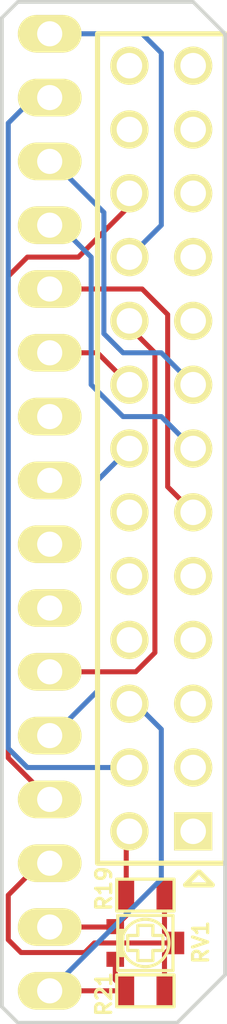
<source format=kicad_pcb>
(kicad_pcb (version 3) (host pcbnew "(2013-dec-23)-stable")

  (general
    (links 18)
    (no_connects 0)
    (area 232.334999 156.134999 241.375001 196.925001)
    (thickness 1.6)
    (drawings 12)
    (tracks 72)
    (zones 0)
    (modules 6)
    (nets 13)
  )

  (page A3)
  (layers
    (15 F.Cu signal)
    (0 B.Cu signal)
    (16 B.Adhes user)
    (17 F.Adhes user)
    (18 B.Paste user)
    (19 F.Paste user)
    (20 B.SilkS user)
    (21 F.SilkS user)
    (22 B.Mask user)
    (23 F.Mask user)
    (24 Dwgs.User user)
    (25 Cmts.User user)
    (26 Eco1.User user)
    (27 Eco2.User user)
    (28 Edge.Cuts user)
  )

  (setup
    (last_trace_width 0.2)
    (trace_clearance 0.15)
    (zone_clearance 0.25)
    (zone_45_only no)
    (trace_min 0.2)
    (segment_width 0.2)
    (edge_width 0.15)
    (via_size 0.5)
    (via_drill 0.4)
    (via_min_size 0.5)
    (via_min_drill 0.4)
    (uvia_size 0.508)
    (uvia_drill 0.127)
    (uvias_allowed no)
    (uvia_min_size 0.508)
    (uvia_min_drill 0.127)
    (pcb_text_width 0.3)
    (pcb_text_size 1 1)
    (mod_edge_width 0.15)
    (mod_text_size 1 1)
    (mod_text_width 0.15)
    (pad_size 0.5 0.5)
    (pad_drill 0.4)
    (pad_to_mask_clearance 0)
    (aux_axis_origin 0 0)
    (visible_elements FFFFEDFF)
    (pcbplotparams
      (layerselection 285179905)
      (usegerberextensions true)
      (excludeedgelayer true)
      (linewidth 0.150000)
      (plotframeref false)
      (viasonmask false)
      (mode 1)
      (useauxorigin false)
      (hpglpennumber 1)
      (hpglpenspeed 20)
      (hpglpendiameter 15)
      (hpglpenoverlay 2)
      (psnegative false)
      (psa4output false)
      (plotreference true)
      (plotvalue true)
      (plotothertext true)
      (plotinvisibletext false)
      (padsonsilk false)
      (subtractmaskfromsilk false)
      (outputformat 1)
      (mirror false)
      (drillshape 0)
      (scaleselection 1)
      (outputdirectory gerber_display_adapter))
  )

  (net 0 "")
  (net 1 N-00000108)
  (net 2 N-00000109)
  (net 3 N-00000110)
  (net 4 N-00000111)
  (net 5 N-00000112)
  (net 6 N-0000082)
  (net 7 N-0000083)
  (net 8 N-0000084)
  (net 9 N-0000086)
  (net 10 N-0000087)
  (net 11 N-0000088)
  (net 12 N-0000089)

  (net_class Default "Dies ist die voreingestellte Netzklasse."
    (clearance 0.15)
    (trace_width 0.2)
    (via_dia 0.5)
    (via_drill 0.4)
    (uvia_dia 0.508)
    (uvia_drill 0.127)
    (add_net "")
    (add_net N-00000108)
    (add_net N-00000109)
    (add_net N-00000110)
    (add_net N-00000111)
    (add_net N-00000112)
    (add_net N-0000082)
    (add_net N-0000083)
    (add_net N-0000084)
    (add_net N-0000086)
    (add_net N-0000087)
    (add_net N-0000088)
    (add_net N-0000089)
  )

  (net_class PWR_1A ""
    (clearance 0.254)
    (trace_width 0.5)
    (via_dia 0.5)
    (via_drill 0.4)
    (uvia_dia 0.508)
    (uvia_drill 0.127)
  )

  (net_class PWR_2A ""
    (clearance 0.254)
    (trace_width 0.9)
    (via_dia 0.6)
    (via_drill 0.4)
    (uvia_dia 0.508)
    (uvia_drill 0.127)
  )

  (module connector_1x8 (layer F.Cu) (tedit 53D61B19) (tstamp 53AE8BB3)
    (at 234.315 166.37 90)
    (path /53AD9ECA/53AD9988)
    (fp_text reference P17 (at -5.08 0.127 180) (layer F.SilkS) hide
      (effects (font (size 0.6 0.6) (thickness 0.13)))
    )
    (fp_text value CONN_9_16 (at 0 2.54 90) (layer F.SilkS) hide
      (effects (font (size 0.6 0.6) (thickness 0.13)))
    )
    (pad 1 thru_hole oval (at -8.89 0 90) (size 1.5 2.54) (drill 1)
      (layers *.Cu *.Mask F.SilkS)
    )
    (pad 2 thru_hole oval (at -6.35 0 90) (size 1.5 2.54) (drill 1)
      (layers *.Cu *.Mask F.SilkS)
    )
    (pad 3 thru_hole oval (at -3.81 0 90) (size 1.5 2.54) (drill 1)
      (layers *.Cu *.Mask F.SilkS)
      (net 11 N-0000088)
    )
    (pad 4 thru_hole oval (at -1.27 0 90) (size 1.5 2.54) (drill 1)
      (layers *.Cu *.Mask F.SilkS)
      (net 1 N-00000108)
    )
    (pad 5 thru_hole oval (at 1.27 0 90) (size 1.5 2.54) (drill 1)
      (layers *.Cu *.Mask F.SilkS)
      (net 2 N-00000109)
    )
    (pad 6 thru_hole oval (at 3.81 0 90) (size 1.5 2.54) (drill 1)
      (layers *.Cu *.Mask F.SilkS)
      (net 12 N-0000089)
    )
    (pad 7 thru_hole oval (at 6.35 0 90) (size 1.5 2.54) (drill 1)
      (layers *.Cu *.Mask F.SilkS)
      (net 4 N-00000111)
    )
    (pad 8 thru_hole oval (at 8.89 0 90) (size 1.5 2.54) (drill 1)
      (layers *.Cu *.Mask F.SilkS)
      (net 9 N-0000086)
    )
  )

  (module connector_1x8 (layer F.Cu) (tedit 53D61B1E) (tstamp 53AE8BBF)
    (at 234.315 186.69 90)
    (path /53AD9ECA/53AD9997)
    (fp_text reference P13 (at 0 0.127 180) (layer F.SilkS) hide
      (effects (font (size 0.6 0.6) (thickness 0.13)))
    )
    (fp_text value CONN_1_8 (at 0 2.54 90) (layer F.SilkS) hide
      (effects (font (size 0.6 0.6) (thickness 0.13)))
    )
    (pad 1 thru_hole oval (at -8.89 0 90) (size 1.5 2.54) (drill 1)
      (layers *.Cu *.Mask F.SilkS)
      (net 6 N-0000082)
    )
    (pad 2 thru_hole oval (at -6.35 0 90) (size 1.5 2.54) (drill 1)
      (layers *.Cu *.Mask F.SilkS)
      (net 3 N-00000110)
    )
    (pad 3 thru_hole oval (at -3.81 0 90) (size 1.5 2.54) (drill 1)
      (layers *.Cu *.Mask F.SilkS)
      (net 7 N-0000083)
    )
    (pad 4 thru_hole oval (at -1.27 0 90) (size 1.5 2.54) (drill 1)
      (layers *.Cu *.Mask F.SilkS)
      (net 8 N-0000084)
    )
    (pad 5 thru_hole oval (at 1.27 0 90) (size 1.5 2.54) (drill 1)
      (layers *.Cu *.Mask F.SilkS)
      (net 5 N-00000112)
    )
    (pad 6 thru_hole oval (at 3.81 0 90) (size 1.5 2.54) (drill 1)
      (layers *.Cu *.Mask F.SilkS)
      (net 10 N-0000087)
    )
    (pad 7 thru_hole oval (at 6.35 0 90) (size 1.5 2.54) (drill 1)
      (layers *.Cu *.Mask F.SilkS)
    )
    (pad 8 thru_hole oval (at 8.89 0 90) (size 1.5 2.54) (drill 1)
      (layers *.Cu *.Mask F.SilkS)
    )
  )

  (module trim_murata_pvz2a (layer F.Cu) (tedit 53E0AEC7) (tstamp 53AE874D)
    (at 238.125 193.675 270)
    (descr "SMT trimmer, Murata PVZ2A")
    (path /53AD9ECA/53ADA1AF)
    (fp_text reference RV1 (at -0.0254 -2.2098 270) (layer F.SilkS)
      (effects (font (size 0.6 0.6) (thickness 0.13)))
    )
    (fp_text value 10K (at 0 2.19964 270) (layer F.SilkS) hide
      (effects (font (size 0.6 0.6) (thickness 0.13)))
    )
    (fp_line (start 0.50038 1.00076) (end 0.50038 0.8001) (layer F.SilkS) (width 0.127))
    (fp_line (start -0.50038 0.89916) (end 0.50038 0.89916) (layer F.SilkS) (width 0.127))
    (fp_line (start 0.50038 1.00076) (end -0.50038 1.00076) (layer F.SilkS) (width 0.127))
    (fp_line (start -0.50038 1.00076) (end -0.50038 0.8001) (layer F.SilkS) (width 0.127))
    (fp_line (start -0.70104 -0.29972) (end -0.70104 0.29972) (layer F.SilkS) (width 0.127))
    (fp_line (start -0.70104 0.29972) (end -0.29972 0.29972) (layer F.SilkS) (width 0.127))
    (fp_line (start -0.29972 0.29972) (end -0.29972 0.70104) (layer F.SilkS) (width 0.127))
    (fp_line (start -0.29972 0.70104) (end 0.29972 0.70104) (layer F.SilkS) (width 0.127))
    (fp_line (start 0.29972 0.70104) (end 0.29972 0.29972) (layer F.SilkS) (width 0.127))
    (fp_line (start 0.29972 0.29972) (end 0.70104 0.29972) (layer F.SilkS) (width 0.127))
    (fp_line (start 0.70104 0.29972) (end 0.70104 -0.29972) (layer F.SilkS) (width 0.127))
    (fp_line (start 0.70104 -0.29972) (end 0.29972 -0.29972) (layer F.SilkS) (width 0.127))
    (fp_line (start 0.29972 -0.29972) (end 0.29972 -0.70104) (layer F.SilkS) (width 0.127))
    (fp_line (start 0.29972 -0.70104) (end -0.20066 -0.70104) (layer F.SilkS) (width 0.127))
    (fp_line (start -0.20066 -0.70104) (end -0.29972 -0.70104) (layer F.SilkS) (width 0.127))
    (fp_line (start -0.29972 -0.70104) (end -0.29972 -0.29972) (layer F.SilkS) (width 0.127))
    (fp_line (start -0.29972 -0.29972) (end -0.70104 -0.29972) (layer F.SilkS) (width 0.127))
    (fp_circle (center 0 0) (end -0.8001 0.50038) (layer F.SilkS) (width 0.127))
    (fp_line (start -1.09982 -1.09982) (end 1.09982 -1.09982) (layer F.SilkS) (width 0.127))
    (fp_line (start 1.09982 -1.09982) (end 1.09982 1.09982) (layer F.SilkS) (width 0.127))
    (fp_line (start 1.09982 1.09982) (end -1.09982 1.09982) (layer F.SilkS) (width 0.127))
    (fp_line (start -1.09982 1.09982) (end -1.09982 -1.09982) (layer F.SilkS) (width 0.127))
    (pad 1 smd rect (at -0.65024 1.19888 270) (size 0.59944 0.70104)
      (layers F.Cu F.Paste F.Mask)
      (net 3 N-00000110)
    )
    (pad 2 smd rect (at 0 -1.19888 270) (size 0.89916 0.70104)
      (layers F.Cu F.Paste F.Mask)
      (net 7 N-0000083)
    )
    (pad 3 smd rect (at 0.65024 1.19888 270) (size 0.59944 0.70104)
      (layers F.Cu F.Paste F.Mask)
      (net 6 N-0000082)
    )
    (model smisioto.no-ip.org/walter/smd_resistors/trim_murata_pvz2a.wrl
      (at (xyz 0 0 0))
      (scale (xyz 1 1 1))
      (rotate (xyz 0 0 0))
    )
  )

  (module r_0603 (layer F.Cu) (tedit 53D2BEFB) (tstamp 53AE8757)
    (at 238.125 191.77)
    (path /53AD9ECA/53ADA2A0)
    (attr smd)
    (fp_text reference R19 (at -1.651 -0.254 90) (layer F.SilkS)
      (effects (font (size 0.6 0.6) (thickness 0.13)))
    )
    (fp_text value R (at 0 0.6604) (layer F.SilkS) hide
      (effects (font (size 0.6 0.6) (thickness 0.13)))
    )
    (fp_line (start -1.143 -0.635) (end 1.143 -0.635) (layer F.SilkS) (width 0.127))
    (fp_line (start 1.143 -0.635) (end 1.143 0.635) (layer F.SilkS) (width 0.127))
    (fp_line (start 1.143 0.635) (end -1.143 0.635) (layer F.SilkS) (width 0.127))
    (fp_line (start -1.143 0.635) (end -1.143 -0.635) (layer F.SilkS) (width 0.127))
    (pad 1 smd rect (at -0.762 0) (size 0.635 1.143)
      (layers F.Cu F.Paste F.Mask)
      (net 3 N-00000110)
    )
    (pad 2 smd rect (at 0.762 0) (size 0.635 1.143)
      (layers F.Cu F.Paste F.Mask)
      (net 7 N-0000083)
    )
    (model smisioto.no-ip.org/walter/smd_resistors/r_0603.wrl
      (at (xyz 0 0 0.001))
      (scale (xyz 1 1 1))
      (rotate (xyz 0 0 0))
    )
  )

  (module r_0603 (layer F.Cu) (tedit 53D2BEF6) (tstamp 53AE8761)
    (at 238.125 195.58 180)
    (path /53AD9ECA/53ADA2AF)
    (attr smd)
    (fp_text reference R21 (at 1.651 -0.127 270) (layer F.SilkS)
      (effects (font (size 0.6 0.6) (thickness 0.13)))
    )
    (fp_text value R (at 0 0.6604 180) (layer F.SilkS) hide
      (effects (font (size 0.6 0.6) (thickness 0.13)))
    )
    (fp_line (start -1.143 -0.635) (end 1.143 -0.635) (layer F.SilkS) (width 0.127))
    (fp_line (start 1.143 -0.635) (end 1.143 0.635) (layer F.SilkS) (width 0.127))
    (fp_line (start 1.143 0.635) (end -1.143 0.635) (layer F.SilkS) (width 0.127))
    (fp_line (start -1.143 0.635) (end -1.143 -0.635) (layer F.SilkS) (width 0.127))
    (pad 1 smd rect (at -0.762 0 180) (size 0.635 1.143)
      (layers F.Cu F.Paste F.Mask)
      (net 7 N-0000083)
    )
    (pad 2 smd rect (at 0.762 0 180) (size 0.635 1.143)
      (layers F.Cu F.Paste F.Mask)
      (net 6 N-0000082)
    )
    (model smisioto.no-ip.org/walter/smd_resistors/r_0603.wrl
      (at (xyz 0 0 0.001))
      (scale (xyz 1 1 1))
      (rotate (xyz 0 0 0))
    )
  )

  (module pin_array_13x2 (layer F.Cu) (tedit 53D61B13) (tstamp 53AE8783)
    (at 238.76 173.99 90)
    (descr "2 x 13 pins connector")
    (tags CONN)
    (path /53AD9ECA/53AD9979)
    (fp_text reference P12 (at -1.27 0 180) (layer F.SilkS) hide
      (effects (font (size 0.6 0.6) (thickness 0.13)))
    )
    (fp_text value CONN_RPi (at 7.62 -3.81 90) (layer F.SilkS) hide
      (effects (font (size 0.6 0.6) (thickness 0.13)))
    )
    (fp_line (start -16.51 2.54) (end 16.51 2.54) (layer F.SilkS) (width 0.2032))
    (fp_line (start 16.51 -2.54) (end -16.51 -2.54) (layer F.SilkS) (width 0.2032))
    (fp_line (start -16.51 -2.54) (end -16.51 2.54) (layer F.SilkS) (width 0.2032))
    (fp_line (start 16.51 2.54) (end 16.51 -2.54) (layer F.SilkS) (width 0.2032))
    (pad 1 thru_hole rect (at -15.24 1.27 90) (size 1.524 1.524) (drill 1.016)
      (layers *.Cu *.Mask F.SilkS)
    )
    (pad 2 thru_hole circle (at -15.24 -1.27 90) (size 1.524 1.524) (drill 1.016)
      (layers *.Cu *.Mask F.SilkS)
      (net 3 N-00000110)
    )
    (pad 3 thru_hole circle (at -12.7 1.27 90) (size 1.524 1.524) (drill 1.016)
      (layers *.Cu *.Mask F.SilkS)
    )
    (pad 4 thru_hole circle (at -12.7 -1.27 90) (size 1.524 1.524) (drill 1.016)
      (layers *.Cu *.Mask F.SilkS)
      (net 4 N-00000111)
    )
    (pad 5 thru_hole circle (at -10.16 1.27 90) (size 1.524 1.524) (drill 1.016)
      (layers *.Cu *.Mask F.SilkS)
    )
    (pad 6 thru_hole circle (at -10.16 -1.27 90) (size 1.524 1.524) (drill 1.016)
      (layers *.Cu *.Mask F.SilkS)
      (net 6 N-0000082)
    )
    (pad 7 thru_hole circle (at -7.62 1.27 90) (size 1.524 1.524) (drill 1.016)
      (layers *.Cu *.Mask F.SilkS)
    )
    (pad 8 thru_hole circle (at -7.62 -1.27 90) (size 1.524 1.524) (drill 1.016)
      (layers *.Cu *.Mask F.SilkS)
    )
    (pad 9 thru_hole circle (at -5.08 1.27 90) (size 1.524 1.524) (drill 1.016)
      (layers *.Cu *.Mask F.SilkS)
    )
    (pad 10 thru_hole circle (at -5.08 -1.27 90) (size 1.524 1.524) (drill 1.016)
      (layers *.Cu *.Mask F.SilkS)
    )
    (pad 11 thru_hole circle (at -2.54 1.27 90) (size 1.524 1.524) (drill 1.016)
      (layers *.Cu *.Mask F.SilkS)
      (net 1 N-00000108)
    )
    (pad 12 thru_hole circle (at -2.54 -1.27 90) (size 1.524 1.524) (drill 1.016)
      (layers *.Cu *.Mask F.SilkS)
    )
    (pad 13 thru_hole circle (at 0 1.27 90) (size 1.524 1.524) (drill 1.016)
      (layers *.Cu *.Mask F.SilkS)
      (net 2 N-00000109)
    )
    (pad 14 thru_hole circle (at 0 -1.27 90) (size 1.524 1.524) (drill 1.016)
      (layers *.Cu *.Mask F.SilkS)
      (net 5 N-00000112)
    )
    (pad 15 thru_hole circle (at 2.54 1.27 90) (size 1.524 1.524) (drill 1.016)
      (layers *.Cu *.Mask F.SilkS)
      (net 12 N-0000089)
    )
    (pad 16 thru_hole circle (at 2.54 -1.27 90) (size 1.524 1.524) (drill 1.016)
      (layers *.Cu *.Mask F.SilkS)
      (net 11 N-0000088)
    )
    (pad 17 thru_hole circle (at 5.08 1.27 90) (size 1.524 1.524) (drill 1.016)
      (layers *.Cu *.Mask F.SilkS)
    )
    (pad 18 thru_hole circle (at 5.08 -1.27 90) (size 1.524 1.524) (drill 1.016)
      (layers *.Cu *.Mask F.SilkS)
      (net 10 N-0000087)
    )
    (pad 19 thru_hole circle (at 7.62 1.27 90) (size 1.524 1.524) (drill 1.016)
      (layers *.Cu *.Mask F.SilkS)
    )
    (pad 20 thru_hole circle (at 7.62 -1.27 90) (size 1.524 1.524) (drill 1.016)
      (layers *.Cu *.Mask F.SilkS)
      (net 9 N-0000086)
    )
    (pad 21 thru_hole circle (at 10.16 1.27 90) (size 1.524 1.524) (drill 1.016)
      (layers *.Cu *.Mask F.SilkS)
    )
    (pad 22 thru_hole circle (at 10.16 -1.27 90) (size 1.524 1.524) (drill 1.016)
      (layers *.Cu *.Mask F.SilkS)
      (net 8 N-0000084)
    )
    (pad 23 thru_hole circle (at 12.7 1.27 90) (size 1.524 1.524) (drill 1.016)
      (layers *.Cu *.Mask F.SilkS)
    )
    (pad 24 thru_hole circle (at 12.7 -1.27 90) (size 1.524 1.524) (drill 1.016)
      (layers *.Cu *.Mask F.SilkS)
    )
    (pad 25 thru_hole circle (at 15.24 1.27 90) (size 1.524 1.524) (drill 1.016)
      (layers *.Cu *.Mask F.SilkS)
    )
    (pad 26 thru_hole circle (at 15.24 -1.27 90) (size 1.524 1.524) (drill 1.016)
      (layers *.Cu *.Mask F.SilkS)
    )
    (model pin_array/pins_array_13x2.wrl
      (at (xyz 0 0 0))
      (scale (xyz 1 1 1))
      (rotate (xyz 0 0 0))
    )
  )

  (gr_line (start 232.41 156.845) (end 232.41 196.215) (angle 90) (layer Edge.Cuts) (width 0.15))
  (gr_line (start 240.792 191.3636) (end 240.284 190.8556) (angle 90) (layer F.SilkS) (width 0.2))
  (gr_line (start 239.7252 191.3636) (end 240.792 191.3636) (angle 90) (layer F.SilkS) (width 0.2))
  (gr_line (start 240.2332 190.8556) (end 239.7252 191.3636) (angle 90) (layer F.SilkS) (width 0.2))
  (gr_line (start 233.045 196.85) (end 233.68 196.85) (angle 90) (layer Edge.Cuts) (width 0.15))
  (gr_line (start 232.41 196.215) (end 233.045 196.85) (angle 90) (layer Edge.Cuts) (width 0.15))
  (gr_line (start 232.41 156.845) (end 233.045 156.21) (angle 90) (layer Edge.Cuts) (width 0.15))
  (gr_line (start 239.395 196.85) (end 233.68 196.85) (angle 90) (layer Edge.Cuts) (width 0.15))
  (gr_line (start 241.3 194.945) (end 239.395 196.85) (angle 90) (layer Edge.Cuts) (width 0.15))
  (gr_line (start 241.3 157.48) (end 241.3 194.945) (angle 90) (layer Edge.Cuts) (width 0.15))
  (gr_line (start 240.03 156.21) (end 241.3 157.48) (angle 90) (layer Edge.Cuts) (width 0.15))
  (gr_line (start 233.045 156.21) (end 240.03 156.21) (angle 90) (layer Edge.Cuts) (width 0.15))

  (segment (start 239.014 175.514) (end 240.03 176.53) (width 0.2) (layer F.Cu) (net 1) (status 20))
  (segment (start 239.014 168.656) (end 239.014 175.514) (width 0.2) (layer F.Cu) (net 1))
  (segment (start 237.998 167.64) (end 239.014 168.656) (width 0.2) (layer F.Cu) (net 1))
  (segment (start 234.315 167.64) (end 237.998 167.64) (width 0.2) (layer F.Cu) (net 1) (status 10))
  (segment (start 238.76 172.72) (end 240.03 173.99) (width 0.2) (layer B.Cu) (net 2) (status 20))
  (segment (start 237.236 172.72) (end 238.76 172.72) (width 0.2) (layer B.Cu) (net 2))
  (segment (start 235.966 171.45) (end 237.236 172.72) (width 0.2) (layer B.Cu) (net 2))
  (segment (start 235.966 166.37) (end 235.966 171.45) (width 0.2) (layer B.Cu) (net 2))
  (segment (start 234.696 165.1) (end 235.966 166.37) (width 0.2) (layer B.Cu) (net 2) (status 10))
  (segment (start 234.315 165.1) (end 234.696 165.1) (width 0.2) (layer B.Cu) (net 2) (status 30))
  (segment (start 237.363 189.357) (end 237.49 189.23) (width 0.2) (layer F.Cu) (net 3) (status 30))
  (segment (start 237.363 191.77) (end 237.363 189.357) (width 0.2) (layer F.Cu) (net 3) (status 30))
  (segment (start 236.911 193.04) (end 237.137 192.814) (width 0.2) (layer F.Cu) (net 3) (status 30))
  (segment (start 234.315 193.04) (end 236.911 193.04) (width 0.2) (layer F.Cu) (net 3) (status 30))
  (segment (start 237.363 192.588) (end 237.363 191.77) (width 0.2) (layer F.Cu) (net 3) (status 20))
  (segment (start 237.137 192.814) (end 237.363 192.588) (width 0.2) (layer F.Cu) (net 3) (status 10))
  (segment (start 237.1369 192.814) (end 236.9261 193.0248) (width 0.2) (layer F.Cu) (net 3) (status 30))
  (segment (start 237.137 192.814) (end 237.1369 192.814) (width 0.2) (layer F.Cu) (net 3) (status 30))
  (segment (start 233.68 160.02) (end 234.315 160.02) (width 0.2) (layer B.Cu) (net 4) (status 30))
  (segment (start 232.664 161.036) (end 233.68 160.02) (width 0.2) (layer B.Cu) (net 4) (status 20))
  (segment (start 232.664 185.928) (end 232.664 161.036) (width 0.2) (layer B.Cu) (net 4))
  (segment (start 233.426 186.69) (end 232.664 185.928) (width 0.2) (layer B.Cu) (net 4))
  (segment (start 237.49 186.69) (end 233.426 186.69) (width 0.2) (layer B.Cu) (net 4) (status 10))
  (segment (start 234.442 185.42) (end 234.315 185.42) (width 0.2) (layer B.Cu) (net 5) (status 30))
  (segment (start 236.22 183.642) (end 234.442 185.42) (width 0.2) (layer B.Cu) (net 5) (status 20))
  (segment (start 236.22 175.26) (end 236.22 183.642) (width 0.2) (layer B.Cu) (net 5))
  (segment (start 237.49 173.99) (end 236.22 175.26) (width 0.2) (layer B.Cu) (net 5) (status 10))
  (segment (start 238.76 191.135) (end 234.315 195.58) (width 0.2) (layer B.Cu) (net 6) (status 20))
  (segment (start 238.76 185.166) (end 238.76 191.135) (width 0.2) (layer B.Cu) (net 6))
  (segment (start 237.744 184.15) (end 238.76 185.166) (width 0.2) (layer B.Cu) (net 6) (status 10))
  (segment (start 237.49 184.15) (end 237.744 184.15) (width 0.2) (layer B.Cu) (net 6) (status 30))
  (segment (start 234.315 195.58) (end 237.363 195.58) (width 0.2) (layer F.Cu) (net 6) (status 30))
  (segment (start 237.363 195.58) (end 236.926 195.143) (width 0.2) (layer F.Cu) (net 6) (status 10))
  (segment (start 236.926 195.143) (end 236.926 194.632) (width 0.2) (layer F.Cu) (net 6))
  (segment (start 236.926 194.632) (end 236.926 194.53) (width 0.2) (layer F.Cu) (net 6) (status 20))
  (segment (start 236.9261 194.6319) (end 236.9261 194.3252) (width 0.2) (layer F.Cu) (net 6) (status 20))
  (segment (start 236.926 194.632) (end 236.9261 194.6319) (width 0.2) (layer F.Cu) (net 6))
  (segment (start 238.887 194.112) (end 239.324 193.675) (width 0.2) (layer F.Cu) (net 7) (status 20))
  (segment (start 238.887 195.58) (end 238.887 194.112) (width 0.2) (layer F.Cu) (net 7) (status 10))
  (segment (start 238.887 193.238) (end 239.324 193.675) (width 0.2) (layer F.Cu) (net 7) (status 20))
  (segment (start 238.887 191.77) (end 238.887 193.238) (width 0.2) (layer F.Cu) (net 7) (status 10))
  (segment (start 236.093 193.675) (end 239.3239 193.675) (width 0.2) (layer F.Cu) (net 7) (status 20))
  (segment (start 235.712 194.056) (end 236.093 193.675) (width 0.2) (layer F.Cu) (net 7))
  (segment (start 233.172 194.056) (end 235.712 194.056) (width 0.2) (layer F.Cu) (net 7))
  (segment (start 232.664 193.548) (end 233.172 194.056) (width 0.2) (layer F.Cu) (net 7))
  (segment (start 232.664 191.77) (end 232.664 193.548) (width 0.2) (layer F.Cu) (net 7))
  (segment (start 233.934 190.5) (end 232.664 191.77) (width 0.2) (layer F.Cu) (net 7) (status 10))
  (segment (start 234.315 190.5) (end 233.934 190.5) (width 0.2) (layer F.Cu) (net 7) (status 30))
  (segment (start 239.3239 193.675) (end 239.324 193.675) (width 0.2) (layer F.Cu) (net 7) (status 30))
  (segment (start 232.664 186.309) (end 234.315 187.96) (width 0.2) (layer F.Cu) (net 8) (status 20))
  (segment (start 232.664 167.132) (end 232.664 186.309) (width 0.2) (layer F.Cu) (net 8))
  (segment (start 233.426 166.37) (end 232.664 167.132) (width 0.2) (layer F.Cu) (net 8))
  (segment (start 235.458 166.37) (end 233.426 166.37) (width 0.2) (layer F.Cu) (net 8))
  (segment (start 237.49 164.338) (end 235.458 166.37) (width 0.2) (layer F.Cu) (net 8) (status 10))
  (segment (start 237.49 163.83) (end 237.49 164.338) (width 0.2) (layer F.Cu) (net 8) (status 30))
  (segment (start 238.76 165.1) (end 237.49 166.37) (width 0.2) (layer B.Cu) (net 9) (status 20))
  (segment (start 238.76 158.242) (end 238.76 165.1) (width 0.2) (layer B.Cu) (net 9))
  (segment (start 237.998 157.48) (end 238.76 158.242) (width 0.2) (layer B.Cu) (net 9))
  (segment (start 234.315 157.48) (end 237.998 157.48) (width 0.2) (layer B.Cu) (net 9) (status 10))
  (segment (start 237.744 182.88) (end 234.315 182.88) (width 0.2) (layer F.Cu) (net 10) (status 20))
  (segment (start 238.506 182.118) (end 237.744 182.88) (width 0.2) (layer F.Cu) (net 10))
  (segment (start 238.506 170.18) (end 238.506 182.118) (width 0.2) (layer F.Cu) (net 10))
  (segment (start 237.49 169.164) (end 238.506 170.18) (width 0.2) (layer F.Cu) (net 10) (status 10))
  (segment (start 237.49 168.91) (end 237.49 169.164) (width 0.2) (layer F.Cu) (net 10) (status 30))
  (segment (start 236.22 170.18) (end 237.49 171.45) (width 0.2) (layer F.Cu) (net 11) (status 20))
  (segment (start 234.315 170.18) (end 236.22 170.18) (width 0.2) (layer F.Cu) (net 11) (status 10))
  (segment (start 238.76 170.18) (end 240.03 171.45) (width 0.2) (layer B.Cu) (net 12) (status 20))
  (segment (start 237.236 170.18) (end 238.76 170.18) (width 0.2) (layer B.Cu) (net 12))
  (segment (start 236.474 169.418) (end 237.236 170.18) (width 0.2) (layer B.Cu) (net 12))
  (segment (start 236.474 164.592) (end 236.474 169.418) (width 0.2) (layer B.Cu) (net 12))
  (segment (start 234.442 162.56) (end 236.474 164.592) (width 0.2) (layer B.Cu) (net 12) (status 10))
  (segment (start 234.315 162.56) (end 234.442 162.56) (width 0.2) (layer B.Cu) (net 12) (status 30))

)

</source>
